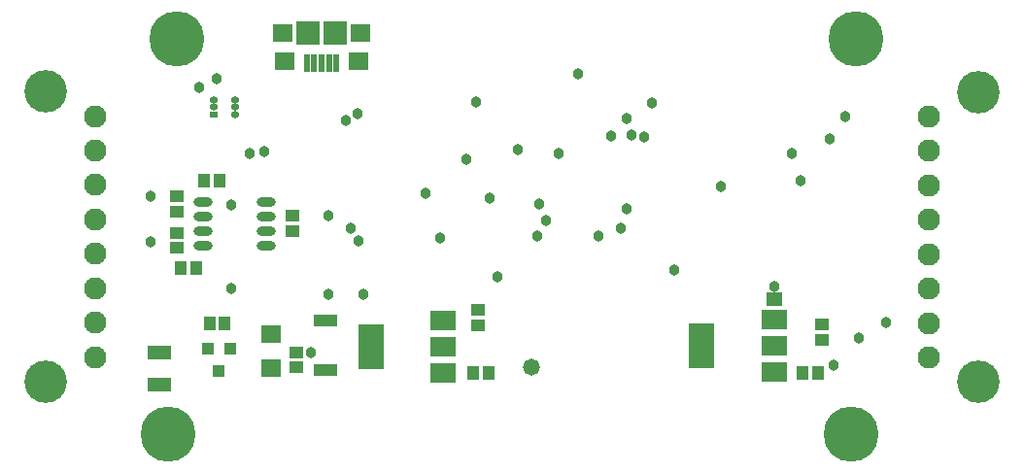
<source format=gbr>
%TF.GenerationSoftware,Altium Limited,Altium Designer,18.1.9 (240)*%
G04 Layer_Color=16711935*
%FSLAX26Y26*%
%MOIN*%
%TF.FileFunction,Soldermask,Bot*%
%TF.Part,Single*%
G01*
G75*
%TA.AperFunction,SMDPad,CuDef*%
%ADD60R,0.027685X0.023748*%
%ADD61O,0.027685X0.023748*%
%ADD62R,0.057213X0.045402*%
%ADD63R,0.086740X0.157606*%
%ADD64R,0.086740X0.067055*%
%ADD65R,0.047370X0.043433*%
%ADD66R,0.043433X0.047370*%
%ADD67R,0.039496X0.043433*%
%ADD68R,0.082803X0.043433*%
%ADD69R,0.065087X0.061150*%
%ADD70R,0.045402X0.041465*%
%ADD71R,0.078866X0.047370*%
%ADD72R,0.041465X0.045402*%
%ADD73R,0.082803X0.082803*%
%TA.AperFunction,ConnectorPad*%
%ADD74R,0.065087X0.059181*%
%ADD75R,0.070992X0.063118*%
%ADD76R,0.023748X0.061150*%
%TA.AperFunction,SMDPad,CuDef*%
%ADD77O,0.065087X0.031622*%
%TA.AperFunction,ViaPad*%
%ADD78C,0.189102*%
%TA.AperFunction,ComponentPad*%
%ADD79C,0.145795*%
%ADD80C,0.076898*%
%TA.AperFunction,ViaPad*%
%ADD81C,0.038000*%
%ADD82C,0.058000*%
D60*
X1771653Y2061024D02*
D03*
D61*
Y2086614D02*
D03*
Y2112205D02*
D03*
X1846457Y2061024D02*
D03*
Y2086614D02*
D03*
Y2112205D02*
D03*
D62*
X3694016Y1367309D02*
D03*
Y1428333D02*
D03*
D63*
X3445984Y1268426D02*
D03*
X2311968Y1265552D02*
D03*
D64*
X3694016Y1177874D02*
D03*
Y1268426D02*
D03*
Y1358978D02*
D03*
X2560000Y1175000D02*
D03*
Y1265552D02*
D03*
Y1356104D02*
D03*
D65*
X3858267Y1340274D02*
D03*
Y1287126D02*
D03*
X2042400Y1713148D02*
D03*
Y1660000D02*
D03*
X2680000Y1390000D02*
D03*
Y1336852D02*
D03*
D66*
X3846574Y1175000D02*
D03*
X3793426D02*
D03*
X1660000Y1535000D02*
D03*
X1713148D02*
D03*
X2716574Y1175000D02*
D03*
X2663426D02*
D03*
D67*
X1752598Y1258740D02*
D03*
X1827402D02*
D03*
X1790000Y1180000D02*
D03*
D68*
X2155236Y1183739D02*
D03*
Y1354999D02*
D03*
D69*
X1967756Y1307440D02*
D03*
Y1191300D02*
D03*
D70*
X2055236Y1193190D02*
D03*
Y1244370D02*
D03*
X1645000Y1604410D02*
D03*
Y1655590D02*
D03*
Y1729410D02*
D03*
Y1780590D02*
D03*
D71*
X1585000Y1135589D02*
D03*
Y1245825D02*
D03*
D72*
X1758504Y1346141D02*
D03*
X1809684D02*
D03*
X1739804Y1835000D02*
D03*
X1790984D02*
D03*
D73*
X2188976Y2342520D02*
D03*
X2094488D02*
D03*
D74*
X2276574D02*
D03*
X2006890D02*
D03*
D75*
X2267716Y2246064D02*
D03*
X2015748D02*
D03*
D76*
X2192914Y2237206D02*
D03*
X2167322D02*
D03*
X2141732D02*
D03*
X2116142D02*
D03*
X2090550D02*
D03*
D77*
X1950472Y1760000D02*
D03*
Y1710000D02*
D03*
Y1660000D02*
D03*
Y1610000D02*
D03*
X1735904Y1760000D02*
D03*
Y1710000D02*
D03*
Y1660000D02*
D03*
Y1610000D02*
D03*
D78*
X1645002Y2322835D02*
D03*
X1614173Y964567D02*
D03*
X3957652D02*
D03*
X3976378Y2322835D02*
D03*
D79*
X1195000Y1144685D02*
D03*
Y2140749D02*
D03*
X4395078Y2139449D02*
D03*
Y1143385D02*
D03*
D80*
X1365078Y2056103D02*
D03*
Y1937993D02*
D03*
Y1819883D02*
D03*
Y1701771D02*
D03*
Y1583661D02*
D03*
Y1465551D02*
D03*
Y1347441D02*
D03*
Y1229331D02*
D03*
X4225000Y1228031D02*
D03*
Y1346141D02*
D03*
Y1464251D02*
D03*
Y1582363D02*
D03*
Y1700473D02*
D03*
Y1818583D02*
D03*
Y1936693D02*
D03*
Y2054803D02*
D03*
D81*
X3510969Y1815772D02*
D03*
X1896222Y1929175D02*
D03*
X1944109Y1934609D02*
D03*
X2500000Y1791339D02*
D03*
X3188970Y1737992D02*
D03*
X3093268Y1644428D02*
D03*
X2911668Y1696384D02*
D03*
X1782033Y2183186D02*
D03*
X1721022Y2153629D02*
D03*
X3937008Y2054803D02*
D03*
X3885827Y1979325D02*
D03*
X3756474Y1929134D02*
D03*
X3785946Y1833150D02*
D03*
X3274724Y2100347D02*
D03*
X3205000Y1991563D02*
D03*
X3188970Y2047240D02*
D03*
X3694016Y1471839D02*
D03*
X4078004Y1348148D02*
D03*
X2549167Y1637326D02*
D03*
X2716574Y1175000D02*
D03*
X3020314Y2200047D02*
D03*
X3168348Y1672382D02*
D03*
X2881802Y1644428D02*
D03*
X2887795Y1755906D02*
D03*
X3246822Y1986284D02*
D03*
X3134606Y1989402D02*
D03*
X2954066Y1929134D02*
D03*
X2719242Y1773108D02*
D03*
X2816314Y1940001D02*
D03*
X2639776Y1907480D02*
D03*
X2670146Y2106299D02*
D03*
X2165354Y1714024D02*
D03*
X1833213Y1464251D02*
D03*
X2283465Y1445000D02*
D03*
X2165354D02*
D03*
X2240217Y1669758D02*
D03*
X2267978Y1629533D02*
D03*
X2224409Y2042322D02*
D03*
X2263952Y2062992D02*
D03*
X1830709Y1752954D02*
D03*
X2746467Y1505748D02*
D03*
X3700787Y1268426D02*
D03*
X3900000Y1202519D02*
D03*
X3985552Y1294646D02*
D03*
X1554393Y1623032D02*
D03*
Y1780000D02*
D03*
X2106024Y1245000D02*
D03*
X3353385Y1528756D02*
D03*
D82*
X2862480Y1195000D02*
D03*
%TF.MD5,9e823e2302ea56981cd8d855bf11c1d5*%
M02*

</source>
